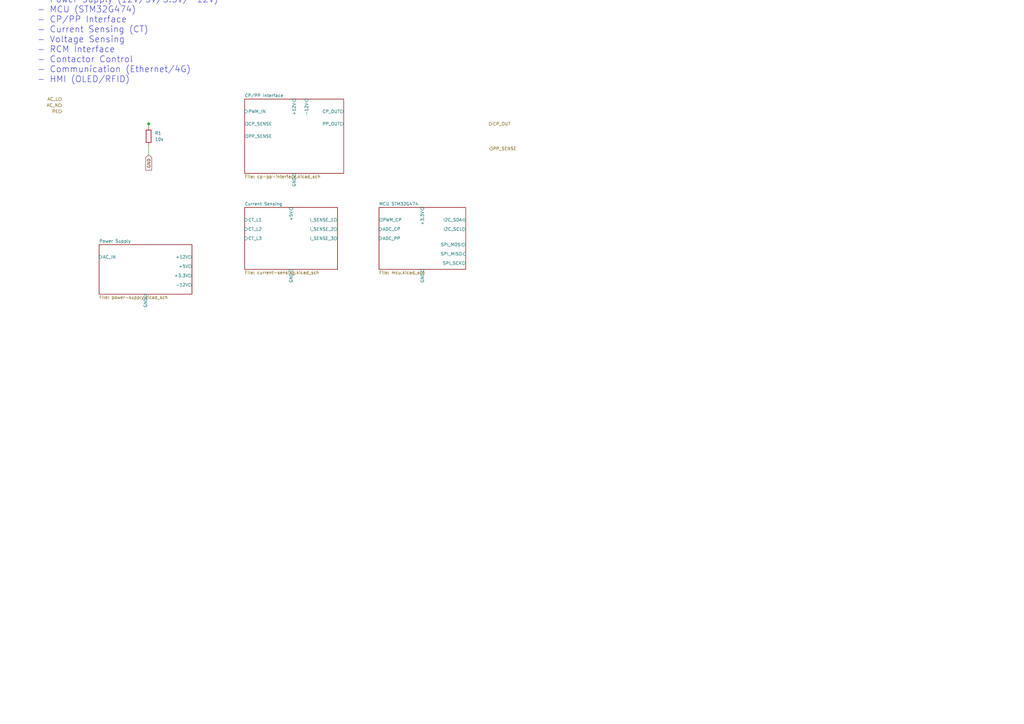
<source format=kicad_sch>
(kicad_sch (version 20230121) (generator eeschema)
  (paper "A3")
  (title_block (title "AC Wallbox EV Charger - Main Schematic") (date "2026-01-01") (rev "1.0") (company "Iran EV Charger Project") (comment 1 "IEC 61851-1 Compliant") (comment 2 "7.4kW (1-phase) / 22kW (3-phase)") (comment 3 "Type 2 Connector with CP/PP"))
  (lib_symbols
    (symbol "MCU_ST_STM32G4:STM32G474RETx"
      (property "Reference" "U" (at 0 0 0))
      (property "Value" "STM32G474RETx" (at 0 -2.54 0))
      (symbol "STM32G474RETx_0_1"
        (rectangle (start -20.32 30.48) (end 20.32 -30.48) (stroke (width 0.254)) (fill (type background)))
      )
    )
    (symbol "Device:R" (pin_numbers hide) (pin_names (offset 0))
      (property "Reference" "R" (at 2.032 0 90))
      (property "Value" "R" (at 0 0 90))
      (symbol "R_0_1"
        (rectangle (start -1.016 -2.54) (end 1.016 2.54) (stroke (width 0.254)))
      )
      (symbol "R_1_1"
        (pin passive line (at 0 3.81 270) (length 1.27) (name "~") (number "1"))
        (pin passive line (at 0 -3.81 90) (length 1.27) (name "~") (number "2"))
      )
    )
    (symbol "Device:C" (pin_numbers hide) (pin_names (offset 0.254))
      (property "Reference" "C" (at 0.635 2.54 0))
      (property "Value" "C" (at 0.635 -2.54 0))
      (symbol "C_0_1"
        (polyline (pts (xy -2.032 -0.762) (xy 2.032 -0.762)) (stroke (width 0.508)))
        (polyline (pts (xy -2.032 0.762) (xy 2.032 0.762)) (stroke (width 0.508)))
      )
      (symbol "C_1_1"
        (pin passive line (at 0 3.81 270) (length 2.794) (name "~") (number "1"))
        (pin passive line (at 0 -3.81 90) (length 2.794) (name "~") (number "2"))
      )
    )
  )
  (junction (at 60.96 50.8))
  (text "AC Wallbox Control Board\n\nMain sections:\n- Power Supply (12V/5V/3.3V/-12V)\n- MCU (STM32G474)\n- CP/PP Interface\n- Current Sensing (CT)\n- Voltage Sensing\n- RCM Interface\n- Contactor Control\n- Communication (Ethernet/4G)\n- HMI (OLED/RFID)" (at 15.24 10.16 0) (effects (font (size 2.54 2.54)) (justify left)))
  (hierarchical_label "AC_L" (shape input) (at 25.4 40.64 180))
  (hierarchical_label "AC_N" (shape input) (at 25.4 43.18 180))
  (hierarchical_label "PE" (shape input) (at 25.4 45.72 180))
  (hierarchical_label "CP_OUT" (shape output) (at 200.66 50.8 0))
  (hierarchical_label "PP_SENSE" (shape input) (at 200.66 60.96 0))
  (sheet (at 40.64 100.33) (size 38.1 20.32) (stroke (width 0.1524))
    (property "Sheetname" "Power Supply" (at 40.64 99.6184 0) (effects (justify left bottom)))
    (property "Sheetfile" "power-supply.kicad_sch" (at 40.64 121.2346 0) (effects (justify left top)))
    (pin "AC_IN" input (at 40.64 105.41 180))
    (pin "+12V" output (at 78.74 105.41 0))
    (pin "+5V" output (at 78.74 109.22 0))
    (pin "+3.3V" output (at 78.74 113.03 0))
    (pin "-12V" output (at 78.74 116.84 0))
    (pin "GND" output (at 59.69 120.65 270))
  )
  (sheet (at 100.33 40.64) (size 40.64 30.48) (stroke (width 0.1524))
    (property "Sheetname" "CP/PP Interface" (at 100.33 39.9284 0) (effects (justify left bottom)))
    (property "Sheetfile" "cp-pp-interface.kicad_sch" (at 100.33 71.7046 0) (effects (justify left top)))
    (pin "PWM_IN" input (at 100.33 45.72 180))
    (pin "CP_SENSE" output (at 100.33 50.8 180))
    (pin "PP_SENSE" output (at 100.33 55.88 180))
    (pin "CP_OUT" output (at 140.97 45.72 0))
    (pin "PP_OUT" output (at 140.97 50.8 0))
    (pin "+12V" input (at 120.65 40.64 90))
    (pin "-12V" input (at 125.73 40.64 90))
    (pin "GND" input (at 120.65 71.12 270))
  )
  (sheet (at 100.33 85.09) (size 38.1 25.4) (stroke (width 0.1524))
    (property "Sheetname" "Current Sensing" (at 100.33 84.3784 0) (effects (justify left bottom)))
    (property "Sheetfile" "current-sensing.kicad_sch" (at 100.33 111.0746 0) (effects (justify left top)))
    (pin "CT_L1" input (at 100.33 90.17 180))
    (pin "CT_L2" input (at 100.33 93.98 180))
    (pin "CT_L3" input (at 100.33 97.79 180))
    (pin "I_SENSE_1" output (at 138.43 90.17 0))
    (pin "I_SENSE_2" output (at 138.43 93.98 0))
    (pin "I_SENSE_3" output (at 138.43 97.79 0))
    (pin "+5V" input (at 119.38 85.09 90))
    (pin "GND" input (at 119.38 110.49 270))
  )
  (sheet (at 155.45 85.09) (size 35.56 25.4) (stroke (width 0.1524))
    (property "Sheetname" "MCU STM32G474" (at 155.45 84.3784 0) (effects (justify left bottom)))
    (property "Sheetfile" "mcu.kicad_sch" (at 155.45 111.0746 0) (effects (justify left top)))
    (pin "PWM_CP" output (at 155.45 90.17 180))
    (pin "ADC_CP" input (at 155.45 93.98 180))
    (pin "ADC_PP" input (at 155.45 97.79 180))
    (pin "I2C_SDA" bidirectional (at 191.01 90.17 0))
    (pin "I2C_SCL" output (at 191.01 93.98 0))
    (pin "SPI_MOSI" output (at 191.01 100.33 0))
    (pin "SPI_MISO" input (at 191.01 104.14 0))
    (pin "SPI_SCK" output (at 191.01 107.95 0))
    (pin "+3.3V" input (at 173.23 85.09 90))
    (pin "GND" input (at 173.23 110.49 270))
  )
  (symbol (lib_id "Device:R") (at 60.96 55.88 0) (unit 1)
    (property "Reference" "R1" (at 63.5 54.61 0) (effects (justify left)))
    (property "Value" "10k" (at 63.5 57.15 0) (effects (justify left)))
    (property "Footprint" "Resistor_SMD:R_0805_2012Metric" (effects hide))
  )
  (wire (pts (xy 60.96 50.8) (xy 60.96 52.07)))
  (wire (pts (xy 60.96 59.69) (xy 60.96 63.5)))
  (global_label "GND" (shape input) (at 60.96 63.5 270))
)
</source>
